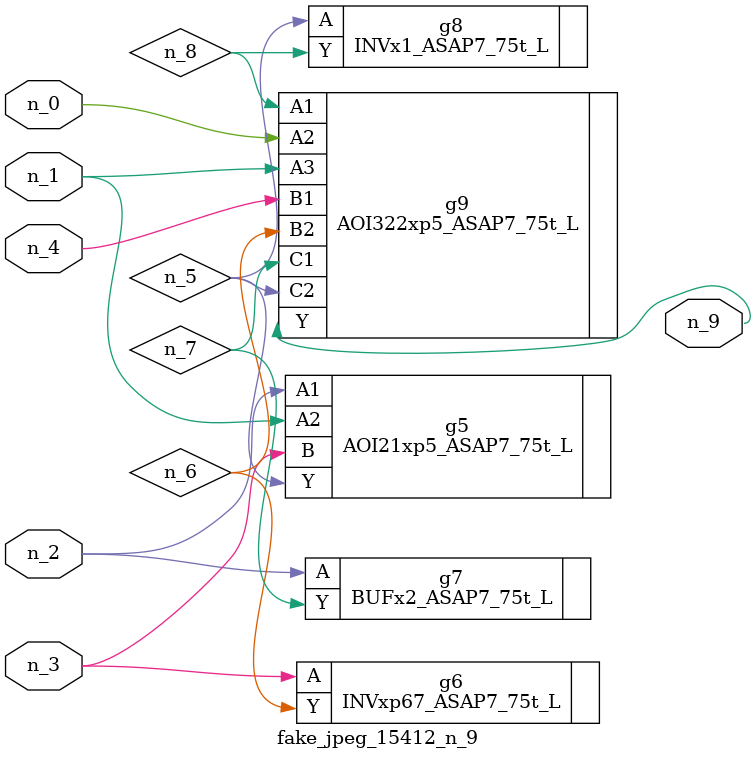
<source format=v>
module fake_jpeg_15412_n_9 (n_3, n_2, n_1, n_0, n_4, n_9);

input n_3;
input n_2;
input n_1;
input n_0;
input n_4;

output n_9;

wire n_8;
wire n_6;
wire n_5;
wire n_7;

AOI21xp5_ASAP7_75t_L g5 ( 
.A1(n_2),
.A2(n_1),
.B(n_3),
.Y(n_5)
);

INVxp67_ASAP7_75t_L g6 ( 
.A(n_3),
.Y(n_6)
);

BUFx2_ASAP7_75t_L g7 ( 
.A(n_2),
.Y(n_7)
);

INVx1_ASAP7_75t_L g8 ( 
.A(n_5),
.Y(n_8)
);

AOI322xp5_ASAP7_75t_L g9 ( 
.A1(n_8),
.A2(n_0),
.A3(n_1),
.B1(n_4),
.B2(n_6),
.C1(n_7),
.C2(n_5),
.Y(n_9)
);


endmodule
</source>
